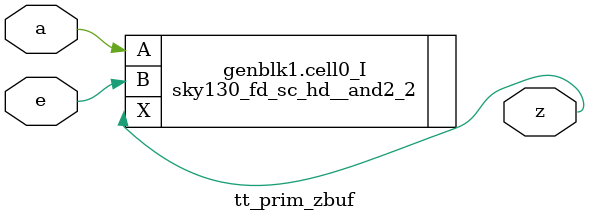
<source format=v>

/*
 * tt_prim_zbuf.v
 *
 * TT Primitive
 * Zeroing buffer (i.e. AND gate ...)
 *
 * Copyright (c) 2023 Sylvain Munaut <tnt@246tNt.com>
 * SPDX-License-Identifier: Apache-2.0
 */

`default_nettype none

module tt_prim_zbuf #(
	parameter integer HIGH_DRIVE = 0
)(
	input  wire a,
	input  wire e,
	output wire z
);

	generate
		if (HIGH_DRIVE) begin
			wire l;

			sky130_fd_sc_hd__and2_2 cell0_I (
`ifdef WITH_POWER
				.VPWR (1'b1),
				.VGND (1'b0),
				.VPB  (1'b1),
				.VNB  (1'b0),
`endif
				.A (a),
				.B (e),
				.X (l)
			);

			sky130_fd_sc_hd__buf_8 cell1_I (
`ifdef WITH_POWER
				.VPWR (1'b1),
				.VGND (1'b0),
				.VPB  (1'b1),
				.VNB  (1'b0),
`endif
				.A (l),
				.X (z)
			);
			
		end else begin
			sky130_fd_sc_hd__and2_2 cell0_I (
`ifdef WITH_POWER
				.VPWR (1'b1),
				.VGND (1'b0),
				.VPB  (1'b1),
				.VNB  (1'b0),
`endif
				.A (a),
				.B (e),
				.X (z)
			);
		end
	endgenerate

endmodule // tt_prim_zbuf

</source>
